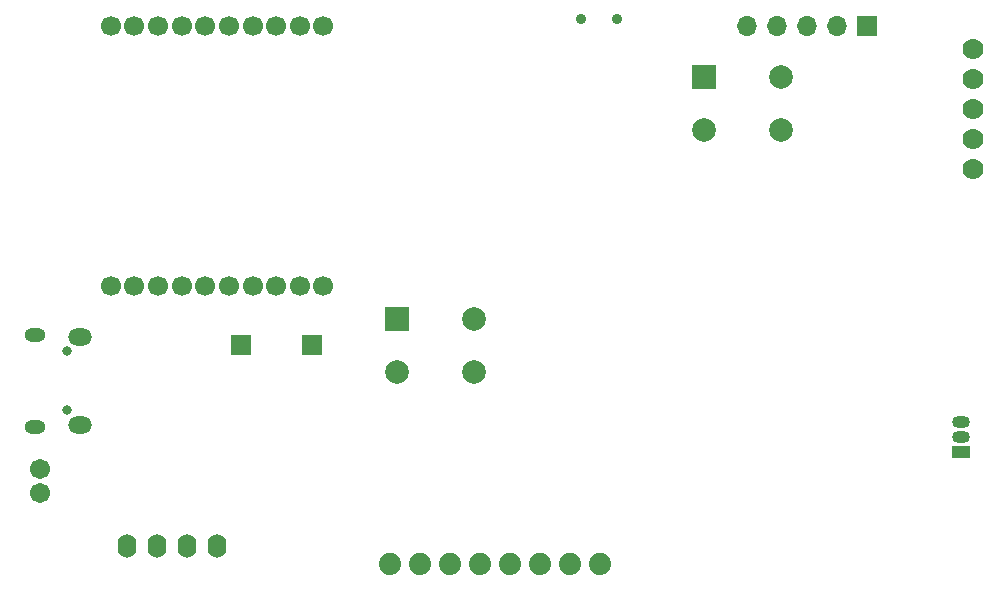
<source format=gbs>
%TF.GenerationSoftware,KiCad,Pcbnew,8.0.5*%
%TF.CreationDate,2024-11-27T11:31:13-05:00*%
%TF.ProjectId,Alfond PCB,416c666f-6e64-4205-9043-422e6b696361,rev?*%
%TF.SameCoordinates,Original*%
%TF.FileFunction,Soldermask,Bot*%
%TF.FilePolarity,Negative*%
%FSLAX46Y46*%
G04 Gerber Fmt 4.6, Leading zero omitted, Abs format (unit mm)*
G04 Created by KiCad (PCBNEW 8.0.5) date 2024-11-27 11:31:13*
%MOMM*%
%LPD*%
G01*
G04 APERTURE LIST*
%ADD10R,1.700000X1.700000*%
%ADD11C,1.879600*%
%ADD12R,1.500000X1.050000*%
%ADD13O,1.500000X1.050000*%
%ADD14C,1.778000*%
%ADD15C,0.900000*%
%ADD16C,1.712000*%
%ADD17R,2.000000X2.000000*%
%ADD18C,2.000000*%
%ADD19C,1.700000*%
%ADD20O,0.800000X0.800000*%
%ADD21O,1.800000X1.150000*%
%ADD22O,2.000000X1.450000*%
%ADD23O,1.700000X1.700000*%
%ADD24O,1.600000X2.000000*%
G04 APERTURE END LIST*
D10*
%TO.C,INA+*%
X180500000Y-77500000D03*
%TD*%
D11*
%TO.C,INA260*%
X198190000Y-96000000D03*
X200730000Y-96000000D03*
X203270000Y-96000000D03*
X205810000Y-96000000D03*
X208350000Y-96000000D03*
X210890000Y-96000000D03*
X193110000Y-96000000D03*
X195650000Y-96000000D03*
%TD*%
D10*
%TO.C,INA-*%
X186500000Y-77500000D03*
%TD*%
D12*
%TO.C,U1*%
X241500000Y-86500000D03*
D13*
X241500000Y-85230000D03*
X241500000Y-83960000D03*
%TD*%
D14*
%TO.C,MS8607*%
X242500000Y-62540000D03*
X242500000Y-60000000D03*
X242500000Y-57460000D03*
X242500000Y-54920000D03*
X242500000Y-52380000D03*
%TD*%
D15*
%TO.C,SW1*%
X212350000Y-49890000D03*
X209350000Y-49890000D03*
%TD*%
D16*
%TO.C,P1*%
X163500000Y-88000000D03*
X163500000Y-90000000D03*
%TD*%
D17*
%TO.C,S1*%
X219750000Y-54750000D03*
D18*
X226250000Y-54750000D03*
X219750000Y-59250000D03*
X226250000Y-59250000D03*
%TD*%
D19*
%TO.C,MOD1*%
X169500000Y-72500000D03*
X171500000Y-72500000D03*
X173500000Y-72500000D03*
X175500000Y-72500000D03*
X177500000Y-72500000D03*
X179500000Y-72500000D03*
X181500000Y-72500000D03*
X183500000Y-72500000D03*
X185500000Y-72500000D03*
X187500000Y-72500000D03*
X187500000Y-50500000D03*
X185500000Y-50500000D03*
X183500000Y-50500000D03*
X181500000Y-50500000D03*
X179500000Y-50500000D03*
X177500000Y-50500000D03*
X175500000Y-50500000D03*
X173500000Y-50500000D03*
X171500000Y-50500000D03*
X169500000Y-50500000D03*
%TD*%
D20*
%TO.C,J5*%
X165800000Y-78000000D03*
X165800000Y-83000000D03*
D21*
X163050000Y-76625000D03*
D22*
X166850000Y-76775000D03*
X166850000Y-84225000D03*
D21*
X163050000Y-84375000D03*
%TD*%
D10*
%TO.C,J3*%
X233540000Y-50500000D03*
D23*
X231000000Y-50500000D03*
X228460000Y-50500000D03*
X225920000Y-50500000D03*
X223380000Y-50500000D03*
%TD*%
D24*
%TO.C,Brd1*%
X170880000Y-94500000D03*
X173420000Y-94500000D03*
X175960000Y-94500000D03*
X178500000Y-94500000D03*
%TD*%
D17*
%TO.C,S2*%
X193750000Y-75250000D03*
D18*
X200250000Y-75250000D03*
X193750000Y-79750000D03*
X200250000Y-79750000D03*
%TD*%
M02*

</source>
